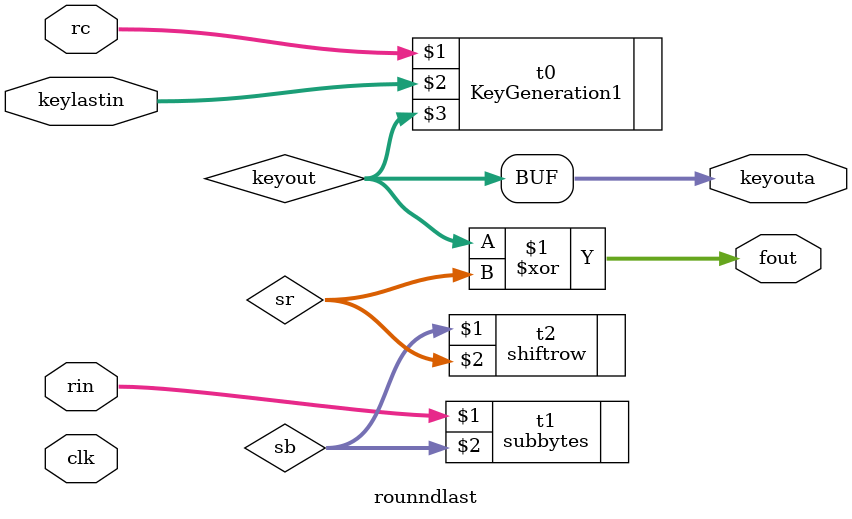
<source format=v>
`timescale 1ns / 1ps

module rounndlast(clk,rc,rin,keylastin,fout,keyouta);
input clk;
input [3:0]rc;
input [127:0]rin;
input [127:0]keylastin;
output [127:0]fout;
output [127:0] keyouta;

wire [127:0] sb,sr,mcl,keyout;

KeyGeneration1 t0(rc,keylastin,keyout);
subbytes t1(rin,sb);
shiftrow t2(sb,sr);
assign fout= keyout^sr;
assign keyouta = keyout;
endmodule

</source>
